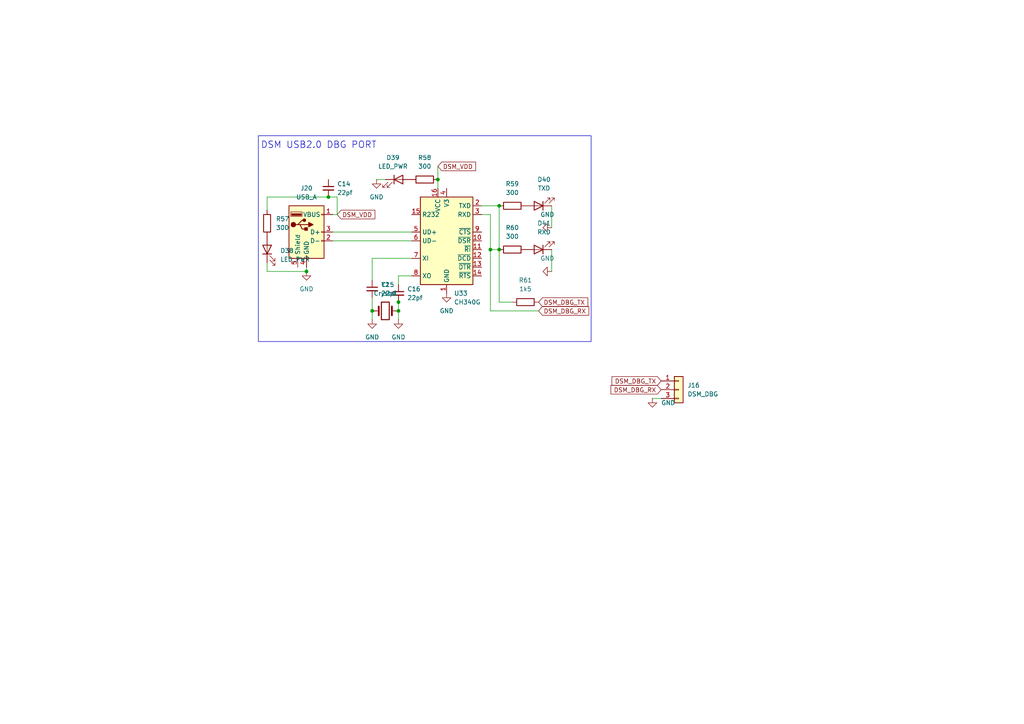
<source format=kicad_sch>
(kicad_sch (version 20250114) (generator "eeschema") (generator_version "9.0")
  (paper "A4")
  (title_block (date "2025-06") (rev "2"))
  (lib_symbols
    (symbol "Connector:USB_A" (pin_names (offset 1.016))
      (property "Reference" "J" (at -5.08 11.43 0))
      (property "Value" "USB_A" (at -5.08 8.89 0))
      (symbol "USB_A_0_1"
        (rectangle (start -5.08 -7.62) (end 5.08 7.62) (stroke (width 0.254)) (fill (type background)))
        (circle (center -3.81 2.159) (radius 0.635) (stroke (width 0.254)) (fill (type outline)))
        (polyline (pts (xy -3.175 2.159) (xy -2.54 2.159) (xy -1.27 3.429) (xy -0.635 3.429)) (stroke (width 0.254)))
        (polyline (pts (xy -2.54 2.159) (xy -1.905 2.159) (xy -1.27 0.889) (xy 0 0.889)) (stroke (width 0.254)))
        (rectangle (start -1.524 4.826) (end -4.318 5.334) (fill (type outline)))
        (rectangle (start -1.27 4.572) (end -4.572 5.842))
        (circle (center -0.635 3.429) (radius 0.381) (stroke (width 0.254)) (fill (type outline)))
        (rectangle (start -0.127 -7.62) (end 0.127 -6.858))
        (rectangle (start 0.254 1.27) (end -0.508 0.508) (stroke (width 0.254)) (fill (type outline)))
        (polyline (pts (xy 0.635 2.794) (xy 0.635 1.524) (xy 1.905 2.159) (xy 0.635 2.794)) (stroke (width 0.254)) (fill (type outline)))
        (rectangle (start 5.08 4.953) (end 4.318 5.207))
        (rectangle (start 5.08 -0.127) (end 4.318 0.127))
        (rectangle (start 5.08 -2.667) (end 4.318 -2.413))
      )
      (symbol "USB_A_1_1"
        (polyline (pts (xy -1.905 2.159) (xy 0.635 2.159)) (stroke (width 0.254)))
        (pin passive line (at -2.54 -10.16 90) (length 2.54) (name "Shield") (number "5"))
        (pin power_in line (at 0 -10.16 90) (length 2.54) (name "GND") (number "4"))
        (pin power_in line (at 7.62 5.08 180) (length 2.54) (name "VBUS") (number "1"))
        (pin bidirectional line (at 7.62 0 180) (length 2.54) (name "D+") (number "3"))
        (pin bidirectional line (at 7.62 -2.54 180) (length 2.54) (name "D-") (number "2"))
      )
    )
    (symbol "Connector_Generic:Conn_01x03" (pin_names (offset 1.016) (hide yes))
      (property "Reference" "J" (at 0 5.08 0))
      (property "Value" "Conn_01x03" (at 0 -5.08 0))
      (symbol "Conn_01x03_1_1"
        (rectangle (start -1.27 3.81) (end 1.27 -3.81) (stroke (width 0.254)) (fill (type background)))
        (rectangle (start -1.27 2.667) (end 0 2.413) (stroke (width 0.1524)))
        (rectangle (start -1.27 0.127) (end 0 -0.127) (stroke (width 0.1524)))
        (rectangle (start -1.27 -2.413) (end 0 -2.667) (stroke (width 0.1524)))
        (pin passive line (at -5.08 2.54 0) (length 3.81) (name "Pin_1") (number "1"))
        (pin passive line (at -5.08 0 0) (length 3.81) (name "Pin_2") (number "2"))
        (pin passive line (at -5.08 -2.54 0) (length 3.81) (name "Pin_3") (number "3"))
      )
    )
    (symbol "Device:C_Small" (pin_numbers (hide yes)) (pin_names (offset 0.254) (hide yes))
      (property "Reference" "C" (at 0.254 1.778 0))
      (property "Value" "C_Small" (at 0.254 -2.032 0))
      (symbol "C_Small_0_1"
        (polyline (pts (xy -1.524 0.508) (xy 1.524 0.508)) (stroke (width 0.3048)))
        (polyline (pts (xy -1.524 -0.508) (xy 1.524 -0.508)) (stroke (width 0.3302)))
      )
      (symbol "C_Small_1_1"
        (pin passive line (at 0 2.54 270) (length 2.032) (name "~") (number "1"))
        (pin passive line (at 0 -2.54 90) (length 2.032) (name "~") (number "2"))
      )
    )
    (symbol "Device:Crystal" (pin_numbers (hide yes)) (pin_names (offset 1.016) (hide yes))
      (property "Reference" "Y" (at 0 3.81 0))
      (property "Value" "Crystal" (at 0 -3.81 0))
      (symbol "Crystal_0_1"
        (polyline (pts (xy -2.54 0) (xy -1.905 0)))
        (polyline (pts (xy -1.905 -1.27) (xy -1.905 1.27)) (stroke (width 0.508)))
        (rectangle (start -1.143 2.54) (end 1.143 -2.54) (stroke (width 0.3048)))
        (polyline (pts (xy 1.905 -1.27) (xy 1.905 1.27)) (stroke (width 0.508)))
        (polyline (pts (xy 2.54 0) (xy 1.905 0)))
      )
      (symbol "Crystal_1_1"
        (pin passive line (at -3.81 0 0) (length 1.27) (name "1") (number "1"))
        (pin passive line (at 3.81 0 180) (length 1.27) (name "2") (number "2"))
      )
    )
    (symbol "Device:LED" (pin_numbers (hide yes)) (pin_names (offset 1.016) (hide yes))
      (property "Reference" "D" (at 0 2.54 0))
      (property "Value" "LED" (at 0 -2.54 0))
      (symbol "LED_0_1"
        (polyline (pts (xy -3.048 -0.762) (xy -4.572 -2.286) (xy -3.81 -2.286) (xy -4.572 -2.286) (xy -4.572 -1.524)))
        (polyline (pts (xy -1.778 -0.762) (xy -3.302 -2.286) (xy -2.54 -2.286) (xy -3.302 -2.286) (xy -3.302 -1.524)))
        (polyline (pts (xy -1.27 0) (xy 1.27 0)))
        (polyline (pts (xy -1.27 -1.27) (xy -1.27 1.27)) (stroke (width 0.254)))
        (polyline (pts (xy 1.27 -1.27) (xy 1.27 1.27) (xy -1.27 0) (xy 1.27 -1.27)) (stroke (width 0.254)))
      )
      (symbol "LED_1_1"
        (pin passive line (at -3.81 0 0) (length 2.54) (name "K") (number "1"))
        (pin passive line (at 3.81 0 180) (length 2.54) (name "A") (number "2"))
      )
    )
    (symbol "Device:R" (pin_numbers (hide yes)) (pin_names (offset 0))
      (property "Reference" "R" (at 2.032 0 90))
      (property "Value" "R" (at 0 0 90))
      (symbol "R_0_1"
        (rectangle (start -1.016 -2.54) (end 1.016 2.54) (stroke (width 0.254)))
      )
      (symbol "R_1_1"
        (pin passive line (at 0 3.81 270) (length 1.27) (name "~") (number "1"))
        (pin passive line (at 0 -3.81 90) (length 1.27) (name "~") (number "2"))
      )
    )
    (symbol "Interface_USB:CH340G"
      (property "Reference" "U" (at -5.08 13.97 0))
      (property "Value" "CH340G" (at 1.27 13.97 0))
      (symbol "CH340G_0_1"
        (rectangle (start -7.62 12.7) (end 7.62 -12.7) (stroke (width 0.254)) (fill (type background)))
      )
      (symbol "CH340G_1_1"
        (pin input line (at -10.16 7.62 0) (length 2.54) (name "R232") (number "15"))
        (pin bidirectional line (at -10.16 2.54 0) (length 2.54) (name "UD+") (number "5"))
        (pin bidirectional line (at -10.16 0 0) (length 2.54) (name "UD-") (number "6"))
        (pin input line (at -10.16 -5.08 0) (length 2.54) (name "XI") (number "7"))
        (pin output line (at -10.16 -10.16 0) (length 2.54) (name "XO") (number "8"))
        (pin power_in line (at -2.54 15.24 270) (length 2.54) (name "VCC") (number "16"))
        (pin power_out line (at 0 15.24 270) (length 2.54) (name "V3") (number "4"))
        (pin power_in line (at 0 -15.24 90) (length 2.54) (name "GND") (number "1"))
        (pin output line (at 10.16 10.16 180) (length 2.54) (name "TXD") (number "2"))
        (pin input line (at 10.16 7.62 180) (length 2.54) (name "RXD") (number "3"))
        (pin input line (at 10.16 2.54 180) (length 2.54) (name "~{CTS}") (number "9"))
        (pin input line (at 10.16 0 180) (length 2.54) (name "~{DSR}") (number "10"))
        (pin input line (at 10.16 -2.54 180) (length 2.54) (name "~{RI}") (number "11"))
        (pin input line (at 10.16 -5.08 180) (length 2.54) (name "~{DCD}") (number "12"))
        (pin output line (at 10.16 -7.62 180) (length 2.54) (name "~{DTR}") (number "13"))
        (pin output line (at 10.16 -10.16 180) (length 2.54) (name "~{RTS}") (number "14"))
      )
    )
    (symbol "power:GND" (power) (pin_numbers (hide yes)) (pin_names (offset 0) (hide yes))
      (property "Value" "GND" (at 0 -3.81 0))
      (symbol "GND_0_1"
        (polyline (pts (xy 0 0) (xy 0 -1.27) (xy 1.27 -1.27) (xy 0 -2.54) (xy -1.27 -1.27) (xy 0 -1.27)))
      )
      (symbol "GND_1_1"
        (pin power_in line (at 0 0 270) (length 0) (name "~") (number "1"))
      )
    )
  )
  (rectangle (start 74.93 39.37) (end 171.45 99.06))
  (text "DSM USB2.0 DBG PORT" (at 92.456 42.164 0) (effects (font (size 1.905 1.905))))
  (junction (at 144.78 72.39))
  (junction (at 127 52.07))
  (junction (at 95.25 57.15))
  (junction (at 142.24 72.39))
  (junction (at 107.95 90.17))
  (junction (at 88.9 78.74))
  (junction (at 115.57 90.17))
  (junction (at 144.78 59.69))
  (junction (at 115.57 87.63))
  (wire (pts (xy 142.24 72.39) (xy 144.78 72.39)))
  (wire (pts (xy 107.95 86.36) (xy 107.95 90.17)))
  (wire (pts (xy 127 52.07) (xy 127 54.61)))
  (wire (pts (xy 144.78 72.39) (xy 144.78 87.63)))
  (wire (pts (xy 95.25 57.15) (xy 77.47 57.15)))
  (wire (pts (xy 77.47 57.15) (xy 77.47 60.96)))
  (wire (pts (xy 109.22 52.07) (xy 111.76 52.07)))
  (wire (pts (xy 189.23 115.57) (xy 191.77 115.57)))
  (wire (pts (xy 97.79 57.15) (xy 97.79 62.23)))
  (wire (pts (xy 77.47 78.74) (xy 77.47 76.2)))
  (wire (pts (xy 142.24 90.17) (xy 156.21 90.17)))
  (wire (pts (xy 142.24 72.39) (xy 142.24 90.17)))
  (wire (pts (xy 107.95 74.93) (xy 107.95 81.28)))
  (wire (pts (xy 97.79 62.23) (xy 96.52 62.23)))
  (wire (pts (xy 142.24 62.23) (xy 142.24 72.39)))
  (wire (pts (xy 115.57 90.17) (xy 115.57 92.71)))
  (wire (pts (xy 88.9 78.74) (xy 77.47 78.74)))
  (wire (pts (xy 115.57 80.01) (xy 119.38 80.01)))
  (wire (pts (xy 88.9 78.74) (xy 88.9 77.47)))
  (wire (pts (xy 115.57 80.01) (xy 115.57 82.55)))
  (wire (pts (xy 107.95 74.93) (xy 119.38 74.93)))
  (wire (pts (xy 97.79 57.15) (xy 95.25 57.15)))
  (wire (pts (xy 96.52 69.85) (xy 119.38 69.85)))
  (wire (pts (xy 127 48.26) (xy 127 52.07)))
  (wire (pts (xy 96.52 67.31) (xy 119.38 67.31)))
  (wire (pts (xy 115.57 87.63) (xy 115.57 90.17)))
  (wire (pts (xy 144.78 59.69) (xy 144.78 72.39)))
  (wire (pts (xy 115.57 86.36) (xy 115.57 87.63)))
  (wire (pts (xy 139.7 59.69) (xy 144.78 59.69)))
  (wire (pts (xy 144.78 87.63) (xy 148.59 87.63)))
  (wire (pts (xy 160.02 59.69) (xy 160.02 66.04)))
  (wire (pts (xy 160.02 72.39) (xy 160.02 78.74)))
  (wire (pts (xy 107.95 92.71) (xy 107.95 90.17)))
  (wire (pts (xy 139.7 62.23) (xy 142.24 62.23)))
  (global_label "DSM_DBG_RX" (shape input) (at 191.77 113.03 180) (property "Intersheetrefs" "${INTERSHEET_REFS}" (effects (hide yes))))
  (global_label "DSM_DBG_RX" (shape input) (at 156.21 90.17 0) (property "Intersheetrefs" "${INTERSHEET_REFS}" (effects (hide yes))))
  (global_label "DSM_VDD" (shape input) (at 127 48.26 0) (property "Intersheetrefs" "${INTERSHEET_REFS}" (effects (hide yes))))
  (global_label "DSM_DBG_TX" (shape input) (at 191.77 110.49 180) (property "Intersheetrefs" "${INTERSHEET_REFS}" (effects (hide yes))))
  (global_label "DSM_DBG_TX" (shape input) (at 156.21 87.63 0) (property "Intersheetrefs" "${INTERSHEET_REFS}" (effects (hide yes))))
  (global_label "DSM_VDD" (shape input) (at 97.79 62.23 0) (property "Intersheetrefs" "${INTERSHEET_REFS}" (effects (hide yes))))
  (symbol (lib_id "Device:R") (at 148.59 72.39 90) (unit 1)
    (property "Reference" "R60" (at 148.59 66.04 90))
    (property "Value" "300" (at 148.59 68.58 90))
    (property "Footprint" "Resistor_SMD:R_0805_2012Metric_Pad1.20x1.40mm_HandSolder" (effects (hide yes)))
    (property "Description" "Resistor" (effects (hide yes)))
    (property "DigiKey_Part_Number" "311-10.0KCRCT-ND" (effects (hide yes)))
    (property "Price" "0.0129" (effects (hide yes)))
  )
  (symbol (lib_id "Device:Crystal") (at 111.76 90.17 0) (unit 1)
    (property "Reference" "Y2" (at 111.76 82.55 0))
    (property "Value" "Crystal" (at 111.76 85.09 0))
    (property "Description" "Two pin crystal" (effects (hide yes)))
  )
  (symbol (lib_id "Device:LED") (at 77.47 72.39 90) (unit 1)
    (property "Reference" "D38" (at 81.28 72.7074 90) (effects (justify right)))
    (property "Value" "LED_PWR" (at 81.28 75.2474 90) (effects (justify right)))
    (property "Footprint" "LED_SMD:LED_0603_1608Metric" (effects (hide yes)))
    (property "Description" "Light emitting diode" (effects (hide yes)))
    (property "Sim.Pins" "1=K 2=A" (effects (hide yes)))
  )
  (symbol (lib_id "Interface_USB:CH340G") (at 129.54 69.85 0) (unit 1)
    (property "Reference" "U33" (at 131.6833 85.09 0) (effects (justify left)))
    (property "Value" "CH340G" (at 131.6833 87.63 0) (effects (justify left)))
    (property "Footprint" "Package_SO:SOIC-16_3.9x9.9mm_P1.27mm" (effects (hide yes)))
    (property "Datasheet" "http://www.datasheet5.com/pdf-local-2195953" (effects (hide yes)))
    (property "Description" "USB serial converter, UART, SOIC-16" (effects (hide yes)))
  )
  (symbol (lib_id "Device:R") (at 152.4 87.63 90) (unit 1)
    (property "Reference" "R61" (at 152.4 81.28 90))
    (property "Value" "1k5" (at 152.4 83.82 90))
    (property "Footprint" "Resistor_SMD:R_0805_2012Metric_Pad1.20x1.40mm_HandSolder" (effects (hide yes)))
    (property "Description" "Resistor" (effects (hide yes)))
    (property "DigiKey_Part_Number" "311-10.0KCRCT-ND" (effects (hide yes)))
    (property "Price" "0.0129" (effects (hide yes)))
  )
  (symbol (lib_id "power:GND") (at 160.02 78.74 270) (mirror x) (unit 1)
    (property "Reference" "#PWR0147" (effects (hide yes)))
    (property "Value" "GND" (at 158.75 74.93 90))
    (property "Description" "Power symbol creates a global label with name \"GND\" , ground" (effects (hide yes)))
  )
  (symbol (lib_id "power:GND") (at 107.95 92.71 0) (mirror y) (unit 1)
    (property "Reference" "#PWR0142" (effects (hide yes)))
    (property "Value" "GND" (at 107.95 97.79 0))
    (property "Description" "Power symbol creates a global label with name \"GND\" , ground" (effects (hide yes)))
  )
  (symbol (lib_id "power:GND") (at 160.02 66.04 270) (mirror x) (unit 1)
    (property "Reference" "#PWR0146" (effects (hide yes)))
    (property "Value" "GND" (at 158.75 62.23 90))
    (property "Description" "Power symbol creates a global label with name \"GND\" , ground" (effects (hide yes)))
  )
  (symbol (lib_id "power:GND") (at 189.23 115.57 0) (unit 1)
    (property "Reference" "#PWR098" (effects (hide yes)))
    (property "Value" "GND" (at 191.77 116.8399 0) (effects (justify left)))
    (property "Description" "Power symbol creates a global label with name \"GND\" , ground" (effects (hide yes)))
  )
  (symbol (lib_id "power:GND") (at 88.9 78.74 0) (unit 1)
    (property "Reference" "#PWR0141" (effects (hide yes)))
    (property "Value" "GND" (at 88.9 83.82 0))
    (property "Description" "Power symbol creates a global label with name \"GND\" , ground" (effects (hide yes)))
  )
  (symbol (lib_id "Device:LED") (at 156.21 59.69 180) (unit 1)
    (property "Reference" "D40" (at 157.7975 52.07 0))
    (property "Value" "TXD" (at 157.7975 54.61 0))
    (property "Footprint" "LED_SMD:LED_0603_1608Metric" (effects (hide yes)))
    (property "Description" "Light emitting diode" (effects (hide yes)))
    (property "Sim.Pins" "1=K 2=A" (effects (hide yes)))
  )
  (symbol (lib_id "Device:R") (at 148.59 59.69 90) (unit 1)
    (property "Reference" "R59" (at 148.59 53.34 90))
    (property "Value" "300" (at 148.59 55.88 90))
    (property "Footprint" "Resistor_SMD:R_0805_2012Metric_Pad1.20x1.40mm_HandSolder" (effects (hide yes)))
    (property "Description" "Resistor" (effects (hide yes)))
    (property "DigiKey_Part_Number" "311-10.0KCRCT-ND" (effects (hide yes)))
    (property "Price" "0.0129" (effects (hide yes)))
  )
  (symbol (lib_id "Device:LED") (at 156.21 72.39 180) (unit 1)
    (property "Reference" "D41" (at 157.7975 64.77 0))
    (property "Value" "RXD" (at 157.7975 67.31 0))
    (property "Footprint" "LED_SMD:LED_0603_1608Metric" (effects (hide yes)))
    (property "Description" "Light emitting diode" (effects (hide yes)))
    (property "Sim.Pins" "1=K 2=A" (effects (hide yes)))
  )
  (symbol (lib_id "Connector_Generic:Conn_01x03") (at 196.85 113.03 0) (unit 1)
    (property "Reference" "J16" (at 199.39 111.7599 0) (effects (justify left)))
    (property "Value" "DSM_DBG" (at 199.39 114.2999 0) (effects (justify left)))
    (property "Footprint" "Connector_PinHeader_1.00mm:PinHeader_1x03_P1.00mm_Horizontal" (effects (hide yes)))
    (property "Description" "Generic connector, single row, 01x03, script generated (kicad-library-utils/schlib/autogen/connector/)" (effects (hide yes)))
  )
  (symbol (lib_id "power:GND") (at 129.54 85.09 0) (mirror y) (unit 1)
    (property "Reference" "#PWR0145" (effects (hide yes)))
    (property "Value" "GND" (at 129.54 90.17 0))
    (property "Description" "Power symbol creates a global label with name \"GND\" , ground" (effects (hide yes)))
  )
  (symbol (lib_id "power:GND") (at 115.57 92.71 0) (mirror y) (unit 1)
    (property "Reference" "#PWR0144" (effects (hide yes)))
    (property "Value" "GND" (at 115.57 97.79 0))
    (property "Description" "Power symbol creates a global label with name \"GND\" , ground" (effects (hide yes)))
  )
  (symbol (lib_id "Device:C_Small") (at 95.25 54.61 0) (unit 1)
    (property "Reference" "C14" (at 97.79 53.3462 0) (effects (justify left)))
    (property "Value" "22pf" (at 97.79 55.8862 0) (effects (justify left)))
    (property "Footprint" "Capacitor_SMD:C_0805_2012Metric" (effects (hide yes)))
    (property "Description" "Unpolarized capacitor, small symbol" (effects (hide yes)))
  )
  (symbol (lib_id "Connector:USB_A") (at 88.9 67.31 0) (unit 1)
    (property "Reference" "J20" (at 88.9 54.61 0))
    (property "Value" "USB_A" (at 88.9 57.15 0))
    (property "Footprint" "Connector_USB:USB_A_CNCTech_1001-011-01101_Horizontal" (effects (hide yes)))
    (property "Description" "USB Type A connector" (effects (hide yes)))
  )
  (symbol (lib_id "Device:R") (at 123.19 52.07 90) (unit 1)
    (property "Reference" "R58" (at 123.19 45.72 90))
    (property "Value" "300" (at 123.19 48.26 90))
    (property "Footprint" "Resistor_SMD:R_0805_2012Metric_Pad1.20x1.40mm_HandSolder" (effects (hide yes)))
    (property "Description" "Resistor" (effects (hide yes)))
    (property "DigiKey_Part_Number" "311-10.0KCRCT-ND" (effects (hide yes)))
    (property "Price" "0.0129" (effects (hide yes)))
  )
  (symbol (lib_id "Device:C_Small") (at 107.95 83.82 0) (unit 1)
    (property "Reference" "C15" (at 110.49 82.5562 0) (effects (justify left)))
    (property "Value" "22pf" (at 110.49 85.0962 0) (effects (justify left)))
    (property "Footprint" "Capacitor_SMD:C_0805_2012Metric" (effects (hide yes)))
    (property "Description" "Unpolarized capacitor, small symbol" (effects (hide yes)))
  )
  (symbol (lib_id "power:GND") (at 109.22 52.07 0) (mirror y) (unit 1)
    (property "Reference" "#PWR0143" (effects (hide yes)))
    (property "Value" "GND" (at 109.22 57.15 0))
    (property "Description" "Power symbol creates a global label with name \"GND\" , ground" (effects (hide yes)))
  )
  (symbol (lib_id "Device:LED") (at 115.57 52.07 0) (unit 1)
    (property "Reference" "D39" (at 113.9825 45.72 0))
    (property "Value" "LED_PWR" (at 113.9825 48.26 0))
    (property "Footprint" "LED_SMD:LED_0603_1608Metric" (effects (hide yes)))
    (property "Description" "Light emitting diode" (effects (hide yes)))
    (property "Sim.Pins" "1=K 2=A" (effects (hide yes)))
  )
  (symbol (lib_id "Device:R") (at 77.47 64.77 180) (unit 1)
    (property "Reference" "R57" (at 80.01 63.4999 0) (effects (justify right)))
    (property "Value" "300" (at 80.01 66.0399 0) (effects (justify right)))
    (property "Footprint" "Resistor_SMD:R_0805_2012Metric_Pad1.20x1.40mm_HandSolder" (effects (hide yes)))
    (property "Description" "Resistor" (effects (hide yes)))
    (property "DigiKey_Part_Number" "311-10.0KCRCT-ND" (effects (hide yes)))
    (property "Price" "0.0129" (effects (hide yes)))
  )
  (symbol (lib_id "Device:C_Small") (at 115.57 85.09 0) (unit 1)
    (property "Reference" "C16" (at 118.11 83.8262 0) (effects (justify left)))
    (property "Value" "22pf" (at 118.11 86.3662 0) (effects (justify left)))
    (property "Footprint" "Capacitor_SMD:C_0805_2012Metric" (effects (hide yes)))
    (property "Description" "Unpolarized capacitor, small symbol" (effects (hide yes)))
  )
)
</source>
